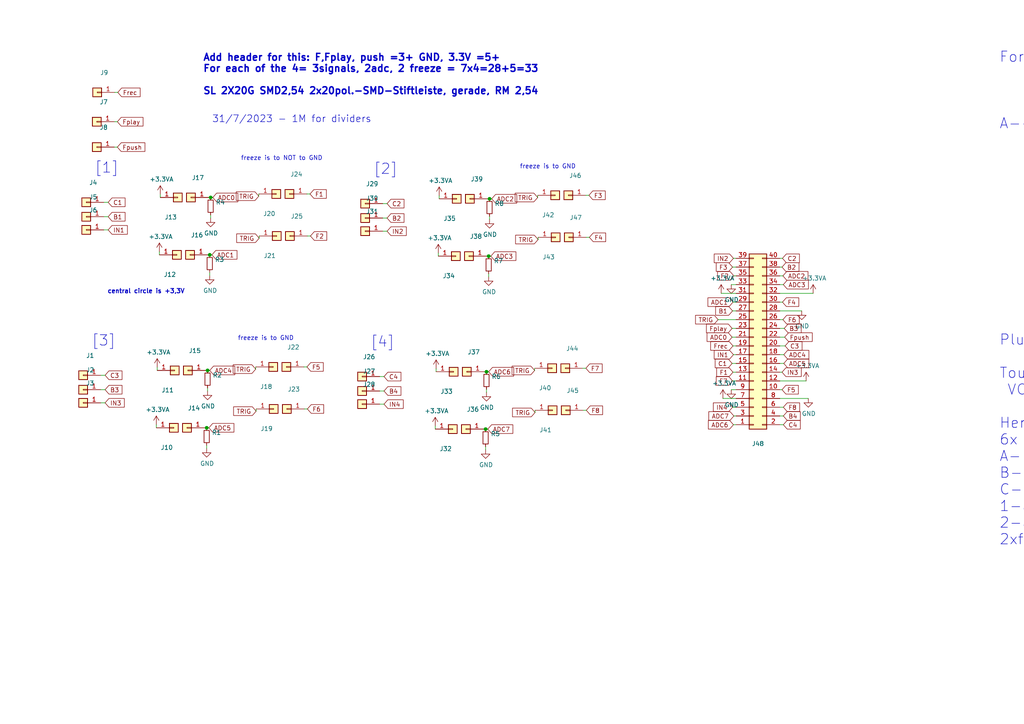
<source format=kicad_sch>
(kicad_sch (version 20211123) (generator eeschema)
  (paper "A4")
  (lib_symbols
    (symbol "Connector_Generic:Conn_01x01" (pin_names (offset 1.016) hide)
      (property "Reference" "J" (at 0 2.54 0))
      (property "Value" "Conn_01x01" (at 0 -2.54 0))
      (symbol "Conn_01x01_1_1"
        (rectangle (start -1.27 0.127) (end 0 -0.127) (stroke (width 0.1524)))
        (rectangle (start -1.27 1.27) (end 1.27 -1.27) (stroke (width 0.254)) (fill (type background)))
        (pin passive line (at -5.08 0 0) (length 3.81) (name "Pin_1") (number "1"))
      )
    )
    (symbol "Connector_Generic:Conn_02x20_Odd_Even" (pin_names (offset 1.016) hide)
      (property "Reference" "J" (at 1.27 25.4 0))
      (property "Value" "Conn_02x20_Odd_Even" (at 1.27 -27.94 0))
      (symbol "Conn_02x20_Odd_Even_1_1"
        (rectangle (start -1.27 -25.273) (end 0 -25.527) (stroke (width 0.1524)))
        (rectangle (start -1.27 -22.733) (end 0 -22.987) (stroke (width 0.1524)))
        (rectangle (start -1.27 -20.193) (end 0 -20.447) (stroke (width 0.1524)))
        (rectangle (start -1.27 -17.653) (end 0 -17.907) (stroke (width 0.1524)))
        (rectangle (start -1.27 -15.113) (end 0 -15.367) (stroke (width 0.1524)))
        (rectangle (start -1.27 -12.573) (end 0 -12.827) (stroke (width 0.1524)))
        (rectangle (start -1.27 -10.033) (end 0 -10.287) (stroke (width 0.1524)))
        (rectangle (start -1.27 -7.493) (end 0 -7.747) (stroke (width 0.1524)))
        (rectangle (start -1.27 -4.953) (end 0 -5.207) (stroke (width 0.1524)))
        (rectangle (start -1.27 -2.413) (end 0 -2.667) (stroke (width 0.1524)))
        (rectangle (start -1.27 0.127) (end 0 -0.127) (stroke (width 0.1524)))
        (rectangle (start -1.27 2.667) (end 0 2.413) (stroke (width 0.1524)))
        (rectangle (start -1.27 5.207) (end 0 4.953) (stroke (width 0.1524)))
        (rectangle (start -1.27 7.747) (end 0 7.493) (stroke (width 0.1524)))
        (rectangle (start -1.27 10.287) (end 0 10.033) (stroke (width 0.1524)))
        (rectangle (start -1.27 12.827) (end 0 12.573) (stroke (width 0.1524)))
        (rectangle (start -1.27 15.367) (end 0 15.113) (stroke (width 0.1524)))
        (rectangle (start -1.27 17.907) (end 0 17.653) (stroke (width 0.1524)))
        (rectangle (start -1.27 20.447) (end 0 20.193) (stroke (width 0.1524)))
        (rectangle (start -1.27 22.987) (end 0 22.733) (stroke (width 0.1524)))
        (rectangle (start -1.27 24.13) (end 3.81 -26.67) (stroke (width 0.254)) (fill (type background)))
        (rectangle (start 3.81 -25.273) (end 2.54 -25.527) (stroke (width 0.1524)))
        (rectangle (start 3.81 -22.733) (end 2.54 -22.987) (stroke (width 0.1524)))
        (rectangle (start 3.81 -20.193) (end 2.54 -20.447) (stroke (width 0.1524)))
        (rectangle (start 3.81 -17.653) (end 2.54 -17.907) (stroke (width 0.1524)))
        (rectangle (start 3.81 -15.113) (end 2.54 -15.367) (stroke (width 0.1524)))
        (rectangle (start 3.81 -12.573) (end 2.54 -12.827) (stroke (width 0.1524)))
        (rectangle (start 3.81 -10.033) (end 2.54 -10.287) (stroke (width 0.1524)))
        (rectangle (start 3.81 -7.493) (end 2.54 -7.747) (stroke (width 0.1524)))
        (rectangle (start 3.81 -4.953) (end 2.54 -5.207) (stroke (width 0.1524)))
        (rectangle (start 3.81 -2.413) (end 2.54 -2.667) (stroke (width 0.1524)))
        (rectangle (start 3.81 0.127) (end 2.54 -0.127) (stroke (width 0.1524)))
        (rectangle (start 3.81 2.667) (end 2.54 2.413) (stroke (width 0.1524)))
        (rectangle (start 3.81 5.207) (end 2.54 4.953) (stroke (width 0.1524)))
        (rectangle (start 3.81 7.747) (end 2.54 7.493) (stroke (width 0.1524)))
        (rectangle (start 3.81 10.287) (end 2.54 10.033) (stroke (width 0.1524)))
        (rectangle (start 3.81 12.827) (end 2.54 12.573) (stroke (width 0.1524)))
        (rectangle (start 3.81 15.367) (end 2.54 15.113) (stroke (width 0.1524)))
        (rectangle (start 3.81 17.907) (end 2.54 17.653) (stroke (width 0.1524)))
        (rectangle (start 3.81 20.447) (end 2.54 20.193) (stroke (width 0.1524)))
        (rectangle (start 3.81 22.987) (end 2.54 22.733) (stroke (width 0.1524)))
        (pin passive line (at -5.08 22.86 0) (length 3.81) (name "Pin_1") (number "1"))
        (pin passive line (at 7.62 12.7 180) (length 3.81) (name "Pin_10") (number "10"))
        (pin passive line (at -5.08 10.16 0) (length 3.81) (name "Pin_11") (number "11"))
        (pin passive line (at 7.62 10.16 180) (length 3.81) (name "Pin_12") (number "12"))
        (pin passive line (at -5.08 7.62 0) (length 3.81) (name "Pin_13") (number "13"))
        (pin passive line (at 7.62 7.62 180) (length 3.81) (name "Pin_14") (number "14"))
        (pin passive line (at -5.08 5.08 0) (length 3.81) (name "Pin_15") (number "15"))
        (pin passive line (at 7.62 5.08 180) (length 3.81) (name "Pin_16") (number "16"))
        (pin passive line (at -5.08 2.54 0) (length 3.81) (name "Pin_17") (number "17"))
        (pin passive line (at 7.62 2.54 180) (length 3.81) (name "Pin_18") (number "18"))
        (pin passive line (at -5.08 0 0) (length 3.81) (name "Pin_19") (number "19"))
        (pin passive line (at 7.62 22.86 180) (length 3.81) (name "Pin_2") (number "2"))
        (pin passive line (at 7.62 0 180) (length 3.81) (name "Pin_20") (number "20"))
        (pin passive line (at -5.08 -2.54 0) (length 3.81) (name "Pin_21") (number "21"))
        (pin passive line (at 7.62 -2.54 180) (length 3.81) (name "Pin_22") (number "22"))
        (pin passive line (at -5.08 -5.08 0) (length 3.81) (name "Pin_23") (number "23"))
        (pin passive line (at 7.62 -5.08 180) (length 3.81) (name "Pin_24") (number "24"))
        (pin passive line (at -5.08 -7.62 0) (length 3.81) (name "Pin_25") (number "25"))
        (pin passive line (at 7.62 -7.62 180) (length 3.81) (name "Pin_26") (number "26"))
        (pin passive line (at -5.08 -10.16 0) (length 3.81) (name "Pin_27") (number "27"))
        (pin passive line (at 7.62 -10.16 180) (length 3.81) (name "Pin_28") (number "28"))
        (pin passive line (at -5.08 -12.7 0) (length 3.81) (name "Pin_29") (number "29"))
        (pin passive line (at -5.08 20.32 0) (length 3.81) (name "Pin_3") (number "3"))
        (pin passive line (at 7.62 -12.7 180) (length 3.81) (name "Pin_30") (number "30"))
        (pin passive line (at -5.08 -15.24 0) (length 3.81) (name "Pin_31") (number "31"))
        (pin passive line (at 7.62 -15.24 180) (length 3.81) (name "Pin_32") (number "32"))
        (pin passive line (at -5.08 -17.78 0) (length 3.81) (name "Pin_33") (number "33"))
        (pin passive line (at 7.62 -17.78 180) (length 3.81) (name "Pin_34") (number "34"))
        (pin passive line (at -5.08 -20.32 0) (length 3.81) (name "Pin_35") (number "35"))
        (pin passive line (at 7.62 -20.32 180) (length 3.81) (name "Pin_36") (number "36"))
        (pin passive line (at -5.08 -22.86 0) (length 3.81) (name "Pin_37") (number "37"))
        (pin passive line (at 7.62 -22.86 180) (length 3.81) (name "Pin_38") (number "38"))
        (pin passive line (at -5.08 -25.4 0) (length 3.81) (name "Pin_39") (number "39"))
        (pin passive line (at 7.62 20.32 180) (length 3.81) (name "Pin_4") (number "4"))
        (pin passive line (at 7.62 -25.4 180) (length 3.81) (name "Pin_40") (number "40"))
        (pin passive line (at -5.08 17.78 0) (length 3.81) (name "Pin_5") (number "5"))
        (pin passive line (at 7.62 17.78 180) (length 3.81) (name "Pin_6") (number "6"))
        (pin passive line (at -5.08 15.24 0) (length 3.81) (name "Pin_7") (number "7"))
        (pin passive line (at 7.62 15.24 180) (length 3.81) (name "Pin_8") (number "8"))
        (pin passive line (at -5.08 12.7 0) (length 3.81) (name "Pin_9") (number "9"))
      )
    )
    (symbol "Device:R_Small" (pin_numbers hide) (pin_names (offset 0.254) hide)
      (property "Reference" "R" (at 0.762 0.508 0))
      (property "Value" "R_Small" (at 0.762 -1.016 0))
      (symbol "R_Small_0_1"
        (rectangle (start -0.762 1.778) (end 0.762 -1.778) (stroke (width 0.2032)))
      )
      (symbol "R_Small_1_1"
        (pin passive line (at 0 2.54 270) (length 0.762) (name "~") (number "1"))
        (pin passive line (at 0 -2.54 90) (length 0.762) (name "~") (number "2"))
      )
    )
    (symbol "power:+3.3VA" (power) (pin_names (offset 0))
      (property "Value" "+3.3VA" (at 0 3.556 0))
      (symbol "+3.3VA_0_1"
        (polyline (pts (xy -0.762 1.27) (xy 0 2.54)))
        (polyline (pts (xy 0 0) (xy 0 2.54)))
        (polyline (pts (xy 0 2.54) (xy 0.762 1.27)))
      )
      (symbol "+3.3VA_1_1"
        (pin power_in line (at 0 0 90) (length 0) hide (name "+3.3VA") (number "1"))
      )
    )
    (symbol "power:GND" (power) (pin_names (offset 0))
      (property "Value" "GND" (at 0 -3.81 0))
      (symbol "GND_0_1"
        (polyline (pts (xy 0 0) (xy 0 -1.27) (xy 1.27 -1.27) (xy 0 -2.54) (xy -1.27 -1.27) (xy 0 -1.27)))
      )
      (symbol "GND_1_1"
        (pin power_in line (at 0 0 270) (length 0) hide (name "GND") (number "1"))
      )
    )
  )
  (junction (at 140.843 124.46))
  (junction (at 141.986 57.658))
  (junction (at 61.087 57.277))
  (junction (at 141.732 74.295))
  (junction (at 60.833 73.914))
  (junction (at 59.944 124.079))
  (junction (at 141.097 107.823))
  (junction (at 60.198 107.442))
  (wire (pts (xy 169.164 118.999) (xy 170.053 118.999)))
  (wire (pts (xy 212.598 87.63) (xy 213.487 87.63)))
  (wire (pts (xy 88.265 118.618) (xy 89.154 118.618)))
  (wire (pts (xy 212.471 77.47) (xy 213.487 77.47)))
  (wire (pts (xy 59.944 129.159) (xy 59.944 130.048)))
  (wire (pts (xy 226.187 102.87) (xy 227.33 102.87)))
  (wire (pts (xy 212.09 82.55) (xy 213.487 82.55)))
  (wire (pts (xy 155.194 118.999) (xy 155.194 119.634)))
  (wire (pts (xy 60.833 78.994) (xy 60.833 79.883)))
  (wire (pts (xy 212.09 113.03) (xy 213.487 113.03)))
  (wire (pts (xy 226.187 80.01) (xy 227.076 80.01)))
  (wire (pts (xy 29.21 113.03) (xy 30.48 113.03)))
  (wire (pts (xy 226.187 107.95) (xy 226.822 107.95)))
  (wire (pts (xy 141.986 57.658) (xy 142.621 57.658)))
  (wire (pts (xy 155.956 56.642) (xy 155.956 57.277)))
  (wire (pts (xy 30.099 62.865) (xy 31.369 62.865)))
  (wire (pts (xy 226.187 115.57) (xy 234.442 115.57)))
  (wire (pts (xy 75.057 56.261) (xy 75.057 56.896)))
  (wire (pts (xy 212.598 107.95) (xy 213.487 107.95)))
  (wire (pts (xy 226.187 77.47) (xy 226.822 77.47)))
  (wire (pts (xy 29.21 116.84) (xy 30.48 116.84)))
  (wire (pts (xy 212.852 80.01) (xy 213.487 80.01)))
  (wire (pts (xy 140.843 124.46) (xy 141.478 124.46)))
  (wire (pts (xy 61.087 57.277) (xy 61.722 57.277)))
  (wire (pts (xy 226.187 113.03) (xy 226.822 113.03)))
  (wire (pts (xy 156.083 68.834) (xy 156.083 69.469)))
  (wire (pts (xy 46.482 56.388) (xy 46.482 57.277)))
  (wire (pts (xy 110.998 63.246) (xy 112.268 63.246)))
  (wire (pts (xy 209.677 115.57) (xy 213.487 115.57)))
  (wire (pts (xy 226.187 90.17) (xy 232.537 90.17)))
  (wire (pts (xy 126.492 106.934) (xy 126.492 107.823)))
  (wire (pts (xy 33.147 42.672) (xy 34.036 42.672)))
  (wire (pts (xy 60.452 57.277) (xy 61.087 57.277)))
  (wire (pts (xy 29.21 108.839) (xy 30.48 108.839)))
  (wire (pts (xy 226.187 118.11) (xy 227.203 118.11)))
  (wire (pts (xy 110.109 117.221) (xy 111.379 117.221)))
  (wire (pts (xy 110.109 113.411) (xy 111.379 113.411)))
  (wire (pts (xy 141.351 57.658) (xy 141.986 57.658)))
  (wire (pts (xy 226.187 85.09) (xy 235.839 85.09)))
  (wire (pts (xy 169.037 106.807) (xy 169.926 106.807)))
  (wire (pts (xy 212.725 102.87) (xy 213.487 102.87)))
  (wire (pts (xy 169.926 56.642) (xy 170.815 56.642)))
  (wire (pts (xy 226.187 110.49) (xy 233.807 110.49)))
  (wire (pts (xy 212.344 97.79) (xy 213.487 97.79)))
  (wire (pts (xy 33.274 26.797) (xy 34.163 26.797)))
  (wire (pts (xy 226.187 105.41) (xy 227.33 105.41)))
  (wire (pts (xy 212.471 110.49) (xy 213.487 110.49)))
  (wire (pts (xy 45.593 106.553) (xy 45.593 107.442)))
  (wire (pts (xy 33.147 35.306) (xy 34.036 35.306)))
  (wire (pts (xy 46.228 73.025) (xy 46.228 73.914)))
  (wire (pts (xy 226.187 74.93) (xy 226.949 74.93)))
  (wire (pts (xy 212.598 100.33) (xy 213.487 100.33)))
  (wire (pts (xy 212.852 120.65) (xy 213.487 120.65)))
  (wire (pts (xy 61.087 62.357) (xy 61.087 63.246)))
  (wire (pts (xy 226.187 100.33) (xy 227.711 100.33)))
  (wire (pts (xy 140.462 107.823) (xy 141.097 107.823)))
  (wire (pts (xy 212.471 118.11) (xy 213.487 118.11)))
  (wire (pts (xy 226.187 92.71) (xy 227.076 92.71)))
  (wire (pts (xy 88.138 106.426) (xy 89.027 106.426)))
  (wire (pts (xy 30.099 66.675) (xy 31.369 66.675)))
  (wire (pts (xy 212.725 74.93) (xy 213.487 74.93)))
  (wire (pts (xy 126.238 123.571) (xy 126.238 124.46)))
  (wire (pts (xy 212.344 105.41) (xy 213.487 105.41)))
  (wire (pts (xy 140.208 124.46) (xy 140.843 124.46)))
  (wire (pts (xy 140.843 129.54) (xy 140.843 130.429)))
  (wire (pts (xy 60.198 107.442) (xy 60.833 107.442)))
  (wire (pts (xy 155.067 106.807) (xy 155.067 107.442)))
  (wire (pts (xy 45.339 123.19) (xy 45.339 124.079)))
  (wire (pts (xy 60.198 73.914) (xy 60.833 73.914)))
  (wire (pts (xy 75.184 68.453) (xy 75.184 69.088)))
  (wire (pts (xy 74.168 106.426) (xy 74.168 107.061)))
  (wire (pts (xy 110.109 109.22) (xy 111.379 109.22)))
  (wire (pts (xy 141.097 74.295) (xy 141.732 74.295)))
  (wire (pts (xy 212.344 95.25) (xy 213.487 95.25)))
  (wire (pts (xy 127.127 73.406) (xy 127.127 74.295)))
  (wire (pts (xy 226.187 123.19) (xy 227.203 123.19)))
  (wire (pts (xy 226.187 95.25) (xy 227.457 95.25)))
  (wire (pts (xy 226.187 82.55) (xy 227.203 82.55)))
  (wire (pts (xy 59.563 107.442) (xy 60.198 107.442)))
  (wire (pts (xy 60.833 73.914) (xy 61.468 73.914)))
  (wire (pts (xy 141.986 62.738) (xy 141.986 63.627)))
  (wire (pts (xy 74.295 118.618) (xy 74.295 119.253)))
  (wire (pts (xy 89.027 56.261) (xy 89.916 56.261)))
  (wire (pts (xy 226.187 120.65) (xy 227.203 120.65)))
  (wire (pts (xy 141.732 74.295) (xy 142.367 74.295)))
  (wire (pts (xy 30.099 58.674) (xy 31.369 58.674)))
  (wire (pts (xy 59.309 124.079) (xy 59.944 124.079)))
  (wire (pts (xy 89.154 68.453) (xy 90.043 68.453)))
  (wire (pts (xy 59.944 124.079) (xy 60.579 124.079)))
  (wire (pts (xy 127.381 56.769) (xy 127.381 57.658)))
  (wire (pts (xy 170.053 68.834) (xy 170.942 68.834)))
  (wire (pts (xy 110.998 67.056) (xy 112.268 67.056)))
  (wire (pts (xy 212.471 90.17) (xy 213.487 90.17)))
  (wire (pts (xy 141.732 79.375) (xy 141.732 80.264)))
  (wire (pts (xy 60.198 112.522) (xy 60.198 113.411)))
  (wire (pts (xy 226.187 87.63) (xy 226.949 87.63)))
  (wire (pts (xy 212.725 123.19) (xy 213.487 123.19)))
  (wire (pts (xy 209.169 85.09) (xy 213.487 85.09)))
  (wire (pts (xy 226.187 97.79) (xy 227.584 97.79)))
  (wire (pts (xy 141.097 112.903) (xy 141.097 113.792)))
  (wire (pts (xy 208.28 92.71) (xy 213.487 92.71)))
  (wire (pts (xy 141.097 107.823) (xy 141.732 107.823)))
  (wire (pts (xy 110.998 59.055) (xy 112.268 59.055)))
  (text "\n" (at 20.447 114.427 0) (effects (font (size 2.0066 2.0066)) (justify left bottom)))
  (text "central circle is +3,3V" (at 31.115 85.344 0) (effects (font (size 1.27 1.27) (thickness 0.254) bold) (justify left bottom)))
  (text "\n" (at 79.502 123.19 0) (effects (font (size 2.0066 2.0066)) (justify left bottom)))
  (text "\n" (at 101.346 112.522 0) (effects (font (size 2.0066 2.0066)) (justify left bottom)))
  (text "[3]" (at 26.543 100.711 0) (effects (font (size 2.9972 2.9972)) (justify left bottom)))
  (text "\n" (at 50.546 128.651 0) (effects (font (size 2.0066 2.0066)) (justify left bottom)))
  (text "\n" (at 50.8 112.014 0) (effects (font (size 2.0066 2.0066)) (justify left bottom)))
  (text "\n" (at 101.346 114.808 0) (effects (font (size 2.0066 2.0066)) (justify left bottom)))
  (text "\n" (at 20.447 121.412 0) (effects (font (size 2.0066 2.0066)) (justify left bottom)))
  (text "\n" (at 20.447 55.372 0) (effects (font (size 2.0066 2.0066)) (justify left bottom)))
  (text "\n" (at 20.447 112.141 0) (effects (font (size 2.0066 2.0066)) (justify left bottom)))
  (text "\n" (at 24.511 31.369 0) (effects (font (size 2.0066 2.0066)) (justify left bottom)))
  (text "\n" (at 50.8 117.475 0) (effects (font (size 2.0066 2.0066)) (justify left bottom)))
  (text "\n" (at 51.689 61.849 0) (effects (font (size 2.0066 2.0066)) (justify left bottom)))
  (text "\n" (at 132.334 78.867 0) (effects (font (size 2.0066 2.0066)) (justify left bottom)))
  (text "\n" (at 51.435 83.947 0) (effects (font (size 2.0066 2.0066)) (justify left bottom)))
  (text "\n" (at 132.588 67.691 0) (effects (font (size 2.0066 2.0066)) (justify left bottom)))
  (text "\n" (at 50.546 134.112 0) (effects (font (size 2.0066 2.0066)) (justify left bottom)))
  (text "\n" (at 160.274 111.379 0) (effects (font (size 2.0066 2.0066)) (justify left bottom)))
  (text "\n" (at 24.384 39.878 0) (effects (font (size 2.0066 2.0066)) (justify left bottom)))
  (text "\n" (at 131.699 117.856 0) (effects (font (size 2.0066 2.0066)) (justify left bottom)))
  (text "\n" (at 101.346 121.793 0) (effects (font (size 2.0066 2.0066)) (justify left bottom)))
  (text "\n" (at 102.235 64.643 0) (effects (font (size 2.0066 2.0066)) (justify left bottom)))
  (text "\n" (at 79.375 110.998 0) (effects (font (size 2.0066 2.0066)) (justify left bottom)))
  (text "\n" (at 131.699 112.395 0) (effects (font (size 2.0066 2.0066)) (justify left bottom)))
  (text "\n" (at 160.401 123.571 0) (effects (font (size 2.0066 2.0066)) (justify left bottom)))
  (text "freeze is to GND\n" (at 68.961 98.933 0) (effects (font (size 1.27 1.27)) (justify left bottom)))
  (text "\n" (at 20.447 64.643 0) (effects (font (size 2.0066 2.0066)) (justify left bottom)))
  (text "\n" (at 102.235 62.357 0) (effects (font (size 2.0066 2.0066)) (justify left bottom)))
  (text "\n" (at 161.29 73.406 0) (effects (font (size 2.0066 2.0066)) (justify left bottom)))
  (text "\n" (at 131.445 134.493 0) (effects (font (size 2.0066 2.0066)) (justify left bottom)))
  (text "\n" (at 20.447 57.658 0) (effects (font (size 2.0066 2.0066)) (justify left bottom)))
  (text "\n" (at 24.384 47.244 0) (effects (font (size 2.0066 2.0066)) (justify left bottom)))
  (text "[4]" (at 107.442 101.092 0) (effects (font (size 2.9972 2.9972)) (justify left bottom)))
  (text "For panel we have 4 sets of:\n\n       C- feedback out from jack\n       |\nA---VCA---B [B is also mix from B pad]\n       |\n       0-adc voltage for A->B VCA\n       |\n       o-freeze\n       |\n       O-adc voltage for insert\n       |\n       o-freeze\n\n\n\n\nPlus rec,play, push/pop!\n\nTouch pads are A, B, C(out) 2x voltage sun/mooncrescent for\n VCA and for voltage insert, and two freezes.\n\nHere all is plain pads. \n6x\nA- out from A\nB- in to Bmix\nC- out from jack\n1-adcX/divider\n2-adcX/for voltage/divider\n2xfreeze - plain pad/crescent+V" (at 289.814 158.369 0) (effects (font (size 2.9972 2.9972)) (justify left bottom)))
  (text "[1]" (at 27.432 50.546 0) (effects (font (size 2.9972 2.9972)) (justify left bottom)))
  (text "[2]" (at 108.331 50.927 0) (effects (font (size 2.9972 2.9972)) (justify left bottom)))
  (text "freeze is to NOT to GND\n\n" (at 69.85 48.768 0) (effects (font (size 1.27 1.27)) (justify left bottom)))
  (text "\n" (at 102.235 71.628 0) (effects (font (size 2.0066 2.0066)) (justify left bottom)))
  (text "\n" (at 51.689 67.31 0) (effects (font (size 2.0066 2.0066)) (justify left bottom)))
  (text "\n" (at 161.163 61.214 0) (effects (font (size 2.0066 2.0066)) (justify left bottom)))
  (text "\n" (at 132.334 84.328 0) (effects (font (size 2.0066 2.0066)) (justify left bottom)))
  (text "freeze is to GND\n" (at 150.749 49.149 0) (effects (font (size 1.27 1.27)) (justify left bottom)))
  (text "\n" (at 131.445 129.032 0) (effects (font (size 2.0066 2.0066)) (justify left bottom)))
  (text "\n" (at 132.588 62.23 0) (effects (font (size 2.0066 2.0066)) (justify left bottom)))
  (text "\n" (at 80.391 73.025 0) (effects (font (size 2.0066 2.0066)) (justify left bottom)))
  (text "Add header for this: F,Fplay, push =3+ GND, 3.3V =5+\nFor each of the 4= 3signals, 2adc, 2 freeze = 7x4=28+5=33\n\nSL 2X20G SMD2,54 2x20pol.-SMD-Stiftleiste, gerade, RM 2,54" (at 58.801 27.686 0) (effects (font (size 2.0066 2.0066) (thickness 0.4013) bold) (justify left bottom)))
  (text "\n" (at 51.435 78.486 0) (effects (font (size 2.0066 2.0066)) (justify left bottom)))
  (text "31/7/2023 - 1M for dividers" (at 61.468 35.814 0) (effects (font (size 2 2)) (justify left bottom)))
  (text "\n" (at 80.264 60.833 0) (effects (font (size 2.0066 2.0066)) (justify left bottom)))
  (global_label "ADC7" (shape input) (at 141.478 124.46 0) (property "Intersheet References" "${INTERSHEET_REFS}" (effects hide)))
  (global_label "ADC6" (shape input) (at 141.732 107.823 0) (property "Intersheet References" "${INTERSHEET_REFS}" (effects hide)))
  (global_label "B3" (shape input) (at 227.457 95.25 0) (property "Intersheet References" "${INTERSHEET_REFS}" (effects hide)))
  (global_label "ADC1" (shape input) (at 61.468 73.914 0) (property "Intersheet References" "${INTERSHEET_REFS}" (effects hide)))
  (global_label "Fplay" (shape input) (at 34.036 35.306 0) (property "Intersheet References" "${INTERSHEET_REFS}" (effects hide)))
  (global_label "ADC7" (shape input) (at 212.852 120.65 180) (property "Intersheet References" "${INTERSHEET_REFS}" (effects hide)))
  (global_label "Fpush" (shape input) (at 227.584 97.79 0) (property "Intersheet References" "${INTERSHEET_REFS}" (effects hide)))
  (global_label "ADC4" (shape input) (at 60.833 107.442 0) (property "Intersheet References" "${INTERSHEET_REFS}" (effects hide)))
  (global_label "C1" (shape input) (at 31.369 58.674 0) (property "Intersheet References" "${INTERSHEET_REFS}" (effects hide)))
  (global_label "TRIG" (shape input) (at 155.194 119.634 180) (property "Intersheet References" "${INTERSHEET_REFS}" (effects hide)))
  (global_label "ADC6" (shape input) (at 212.725 123.19 180) (property "Intersheet References" "${INTERSHEET_REFS}" (effects hide)))
  (global_label "B2" (shape input) (at 226.822 77.47 0) (property "Intersheet References" "${INTERSHEET_REFS}" (effects hide)))
  (global_label "C2" (shape input) (at 226.949 74.93 0) (property "Intersheet References" "${INTERSHEET_REFS}" (effects hide)))
  (global_label "IN4" (shape input) (at 212.471 118.11 180) (property "Intersheet References" "${INTERSHEET_REFS}" (effects hide)))
  (global_label "C3" (shape input) (at 30.48 108.839 0) (property "Intersheet References" "${INTERSHEET_REFS}" (effects hide)))
  (global_label "C3" (shape input) (at 227.711 100.33 0) (property "Intersheet References" "${INTERSHEET_REFS}" (effects hide)))
  (global_label "C4" (shape input) (at 227.203 123.19 0) (property "Intersheet References" "${INTERSHEET_REFS}" (effects hide)))
  (global_label "ADC0" (shape input) (at 61.722 57.277 0) (property "Intersheet References" "${INTERSHEET_REFS}" (effects hide)))
  (global_label "Fpush" (shape input) (at 34.036 42.672 0) (property "Intersheet References" "${INTERSHEET_REFS}" (effects hide)))
  (global_label "Fplay" (shape input) (at 212.344 95.25 180) (property "Intersheet References" "${INTERSHEET_REFS}" (effects hide)))
  (global_label "C4" (shape input) (at 111.379 109.22 0) (property "Intersheet References" "${INTERSHEET_REFS}" (effects hide)))
  (global_label "IN2" (shape input) (at 112.268 67.056 0) (property "Intersheet References" "${INTERSHEET_REFS}" (effects hide)))
  (global_label "Frec" (shape input) (at 212.598 100.33 180) (property "Intersheet References" "${INTERSHEET_REFS}" (effects hide)))
  (global_label "C2" (shape input) (at 112.268 59.055 0) (property "Intersheet References" "${INTERSHEET_REFS}" (effects hide)))
  (global_label "B2" (shape input) (at 112.268 63.246 0) (property "Intersheet References" "${INTERSHEET_REFS}" (effects hide)))
  (global_label "ADC2" (shape input) (at 227.076 80.01 0) (property "Intersheet References" "${INTERSHEET_REFS}" (effects hide)))
  (global_label "TRIG" (shape input) (at 75.184 69.088 180) (property "Intersheet References" "${INTERSHEET_REFS}" (effects hide)))
  (global_label "ADC0" (shape input) (at 212.344 97.79 180) (property "Intersheet References" "${INTERSHEET_REFS}" (effects hide)))
  (global_label "TRIG" (shape input) (at 155.956 57.277 180) (property "Intersheet References" "${INTERSHEET_REFS}" (effects hide)))
  (global_label "TRIG" (shape input) (at 156.083 69.469 180) (property "Intersheet References" "${INTERSHEET_REFS}" (effects hide)))
  (global_label "TRIG" (shape input) (at 208.28 92.71 180) (property "Intersheet References" "${INTERSHEET_REFS}" (effects hide)))
  (global_label "F8" (shape input) (at 227.203 118.11 0) (property "Intersheet References" "${INTERSHEET_REFS}" (effects hide)))
  (global_label "F1" (shape input) (at 212.598 107.95 180) (property "Intersheet References" "${INTERSHEET_REFS}" (effects hide)))
  (global_label "B4" (shape input) (at 227.203 120.65 0) (property "Intersheet References" "${INTERSHEET_REFS}" (effects hide)))
  (global_label "B4" (shape input) (at 111.379 113.411 0) (property "Intersheet References" "${INTERSHEET_REFS}" (effects hide)))
  (global_label "F3" (shape input) (at 212.471 77.47 180) (property "Intersheet References" "${INTERSHEET_REFS}" (effects hide)))
  (global_label "ADC3" (shape input) (at 142.367 74.295 0) (property "Intersheet References" "${INTERSHEET_REFS}" (effects hide)))
  (global_label "F6" (shape input) (at 89.154 118.618 0) (property "Intersheet References" "${INTERSHEET_REFS}" (effects hide)))
  (global_label "ADC1" (shape input) (at 212.598 87.63 180) (property "Intersheet References" "${INTERSHEET_REFS}" (effects hide)))
  (global_label "ADC4" (shape input) (at 227.33 102.87 0) (property "Intersheet References" "${INTERSHEET_REFS}" (effects hide)))
  (global_label "F4" (shape input) (at 170.942 68.834 0) (property "Intersheet References" "${INTERSHEET_REFS}" (effects hide)))
  (global_label "F6" (shape input) (at 227.076 92.71 0) (property "Intersheet References" "${INTERSHEET_REFS}" (effects hide)))
  (global_label "TRIG" (shape input) (at 74.295 119.253 180) (property "Intersheet References" "${INTERSHEET_REFS}" (effects hide)))
  (global_label "F7" (shape input) (at 212.471 110.49 180) (property "Intersheet References" "${INTERSHEET_REFS}" (effects hide)))
  (global_label "IN1" (shape input) (at 212.725 102.87 180) (property "Intersheet References" "${INTERSHEET_REFS}" (effects hide)))
  (global_label "F5" (shape input) (at 226.822 113.03 0) (property "Intersheet References" "${INTERSHEET_REFS}" (effects hide)))
  (global_label "B1" (shape input) (at 212.471 90.17 180) (property "Intersheet References" "${INTERSHEET_REFS}" (effects hide)))
  (global_label "IN4" (shape input) (at 111.379 117.221 0) (property "Intersheet References" "${INTERSHEET_REFS}" (effects hide)))
  (global_label "F2" (shape input) (at 90.043 68.453 0) (property "Intersheet References" "${INTERSHEET_REFS}" (effects hide)))
  (global_label "F5" (shape input) (at 89.027 106.426 0) (property "Intersheet References" "${INTERSHEET_REFS}" (effects hide)))
  (global_label "IN3" (shape input) (at 226.822 107.95 0) (property "Intersheet References" "${INTERSHEET_REFS}" (effects hide)))
  (global_label "F1" (shape input) (at 89.916 56.261 0) (property "Intersheet References" "${INTERSHEET_REFS}" (effects hide)))
  (global_label "F3" (shape input) (at 170.815 56.642 0) (property "Intersheet References" "${INTERSHEET_REFS}" (effects hide)))
  (global_label "F8" (shape input) (at 170.053 118.999 0) (property "Intersheet References" "${INTERSHEET_REFS}" (effects hide)))
  (global_label "F7" (shape input) (at 169.926 106.807 0) (property "Intersheet References" "${INTERSHEET_REFS}" (effects hide)))
  (global_label "ADC5" (shape input) (at 60.579 124.079 0) (property "Intersheet References" "${INTERSHEET_REFS}" (effects hide)))
  (global_label "F2" (shape input) (at 212.852 80.01 180) (property "Intersheet References" "${INTERSHEET_REFS}" (effects hide)))
  (global_label "ADC2" (shape input) (at 142.621 57.658 0) (property "Intersheet References" "${INTERSHEET_REFS}" (effects hide)))
  (global_label "ADC3" (shape input) (at 227.203 82.55 0) (property "Intersheet References" "${INTERSHEET_REFS}" (effects hide)))
  (global_label "TRIG" (shape input) (at 155.067 107.442 180) (property "Intersheet References" "${INTERSHEET_REFS}" (effects hide)))
  (global_label "Frec" (shape input) (at 34.163 26.797 0) (property "Intersheet References" "${INTERSHEET_REFS}" (effects hide)))
  (global_label "B1" (shape input) (at 31.369 62.865 0) (property "Intersheet References" "${INTERSHEET_REFS}" (effects hide)))
  (global_label "TRIG" (shape input) (at 75.057 56.896 180) (property "Intersheet References" "${INTERSHEET_REFS}" (effects hide)))
  (global_label "IN2" (shape input) (at 212.725 74.93 180) (property "Intersheet References" "${INTERSHEET_REFS}" (effects hide)))
  (global_label "IN3" (shape input) (at 30.48 116.84 0) (property "Intersheet References" "${INTERSHEET_REFS}" (effects hide)))
  (global_label "C1" (shape input) (at 212.344 105.41 180) (property "Intersheet References" "${INTERSHEET_REFS}" (effects hide)))
  (global_label "F4" (shape input) (at 226.949 87.63 0) (property "Intersheet References" "${INTERSHEET_REFS}" (effects hide)))
  (global_label "IN1" (shape input) (at 31.369 66.675 0) (property "Intersheet References" "${INTERSHEET_REFS}" (effects hide)))
  (global_label "TRIG" (shape input) (at 74.168 107.061 180) (property "Intersheet References" "${INTERSHEET_REFS}" (effects hide)))
  (global_label "B3" (shape input) (at 30.48 113.03 0) (property "Intersheet References" "${INTERSHEET_REFS}" (effects hide)))
  (global_label "ADC5" (shape input) (at 227.33 105.41 0) (property "Intersheet References" "${INTERSHEET_REFS}" (effects hide)))
  (symbol (lib_id "Connector_Generic:Conn_01x01") (at 25.019 58.674 180) (unit 1)
    (property "Reference" "J4" (at 27.051 52.959 0))
  )
  (symbol (lib_id "Connector_Generic:Conn_01x01") (at 25.019 62.865 180) (unit 1)
    (property "Reference" "J5" (at 27.051 57.15 0))
  )
  (symbol (lib_id "Connector_Generic:Conn_01x01") (at 25.019 66.675 180) (unit 1)
    (property "Reference" "J6" (at 27.051 60.96 0))
  )
  (symbol (lib_id "Connector_Generic:Conn_01x01") (at 55.372 57.277 180) (unit 1)
    (property "Reference" "J17" (at 57.404 51.562 0))
  )
  (symbol (lib_id "Device:R_Small") (at 61.087 59.817 0) (unit 1)
    (property "Reference" "R4" (at 62.5856 58.6486 0) (effects (justify left)))
  )
  (symbol (lib_id "power:GND") (at 61.087 63.246 0) (unit 1)
    (property "Reference" "#PWR08" (effects hide))
  )
  (symbol (lib_id "Connector_Generic:Conn_01x01") (at 51.562 57.277 0) (unit 1)
    (property "Reference" "J13" (at 49.53 62.992 0))
  )
  (symbol (lib_id "power:+3.3VA") (at 46.482 56.388 0) (unit 1)
    (property "Reference" "#PWR04" (effects hide))
  )
  (symbol (lib_id "Connector_Generic:Conn_01x01") (at 55.118 73.914 180) (unit 1)
    (property "Reference" "J16" (at 57.15 68.199 0))
  )
  (symbol (lib_id "Device:R_Small") (at 60.833 76.454 0) (unit 1)
    (property "Reference" "R3" (at 62.3316 75.2856 0) (effects (justify left)))
  )
  (symbol (lib_id "power:GND") (at 60.833 79.883 0) (unit 1)
    (property "Reference" "#PWR07" (effects hide))
  )
  (symbol (lib_id "Connector_Generic:Conn_01x01") (at 51.308 73.914 0) (unit 1)
    (property "Reference" "J12" (at 49.276 79.629 0))
  )
  (symbol (lib_id "power:+3.3VA") (at 46.228 73.025 0) (unit 1)
    (property "Reference" "#PWR03" (effects hide))
  )
  (symbol (lib_id "Connector_Generic:Conn_01x01") (at 83.947 56.261 180) (unit 1)
    (property "Reference" "J24" (at 85.979 50.546 0))
  )
  (symbol (lib_id "Connector_Generic:Conn_01x01") (at 80.137 56.261 0) (unit 1)
    (property "Reference" "J20" (at 78.105 61.976 0))
  )
  (symbol (lib_id "Connector_Generic:Conn_01x01") (at 84.074 68.453 180) (unit 1)
    (property "Reference" "J25" (at 86.106 62.738 0))
  )
  (symbol (lib_id "Connector_Generic:Conn_01x01") (at 80.264 68.453 0) (unit 1)
    (property "Reference" "J21" (at 78.232 74.168 0))
  )
  (symbol (lib_id "Connector_Generic:Conn_01x01") (at 28.194 26.797 180) (unit 1)
    (property "Reference" "J9" (at 30.226 21.082 0))
  )
  (symbol (lib_id "Connector_Generic:Conn_01x01") (at 28.067 35.306 180) (unit 1)
    (property "Reference" "J7" (at 30.099 29.591 0))
  )
  (symbol (lib_id "Connector_Generic:Conn_01x01") (at 28.067 42.672 180) (unit 1)
    (property "Reference" "J8" (at 30.099 36.957 0))
  )
  (symbol (lib_id "Connector_Generic:Conn_01x01") (at 105.918 59.055 180) (unit 1)
    (property "Reference" "J29" (at 107.95 53.34 0))
  )
  (symbol (lib_id "Connector_Generic:Conn_01x01") (at 105.918 63.246 180) (unit 1)
    (property "Reference" "J30" (at 107.95 57.531 0))
  )
  (symbol (lib_id "Connector_Generic:Conn_01x01") (at 105.918 67.056 180) (unit 1)
    (property "Reference" "J31" (at 107.95 61.341 0))
  )
  (symbol (lib_id "Connector_Generic:Conn_01x01") (at 136.271 57.658 180) (unit 1)
    (property "Reference" "J39" (at 138.303 51.943 0))
  )
  (symbol (lib_id "Device:R_Small") (at 141.986 60.198 0) (unit 1)
    (property "Reference" "R8" (at 143.4846 59.0296 0) (effects (justify left)))
  )
  (symbol (lib_id "power:GND") (at 141.986 63.627 0) (unit 1)
    (property "Reference" "#PWR020" (effects hide))
  )
  (symbol (lib_id "Connector_Generic:Conn_01x01") (at 132.461 57.658 0) (unit 1)
    (property "Reference" "J35" (at 130.429 63.373 0))
  )
  (symbol (lib_id "power:+3.3VA") (at 127.381 56.769 0) (unit 1)
    (property "Reference" "#PWR016" (effects hide))
  )
  (symbol (lib_id "Connector_Generic:Conn_01x01") (at 136.017 74.295 180) (unit 1)
    (property "Reference" "J38" (at 138.049 68.58 0))
  )
  (symbol (lib_id "Device:R_Small") (at 141.732 76.835 0) (unit 1)
    (property "Reference" "R7" (at 143.2306 75.6666 0) (effects (justify left)))
  )
  (symbol (lib_id "power:GND") (at 141.732 80.264 0) (unit 1)
    (property "Reference" "#PWR019" (effects hide))
  )
  (symbol (lib_id "Connector_Generic:Conn_01x01") (at 132.207 74.295 0) (unit 1)
    (property "Reference" "J34" (at 130.175 80.01 0))
  )
  (symbol (lib_id "power:+3.3VA") (at 127.127 73.406 0) (unit 1)
    (property "Reference" "#PWR015" (effects hide))
  )
  (symbol (lib_id "Connector_Generic:Conn_01x01") (at 164.846 56.642 180) (unit 1)
    (property "Reference" "J46" (at 166.878 50.927 0))
  )
  (symbol (lib_id "Connector_Generic:Conn_01x01") (at 161.036 56.642 0) (unit 1)
    (property "Reference" "J42" (at 159.004 62.357 0))
  )
  (symbol (lib_id "Connector_Generic:Conn_01x01") (at 164.973 68.834 180) (unit 1)
    (property "Reference" "J47" (at 167.005 63.119 0))
  )
  (symbol (lib_id "Connector_Generic:Conn_01x01") (at 161.163 68.834 0) (unit 1)
    (property "Reference" "J43" (at 159.131 74.549 0))
  )
  (symbol (lib_id "Connector_Generic:Conn_01x01") (at 24.13 108.839 180) (unit 1)
    (property "Reference" "J1" (at 26.162 103.124 0))
  )
  (symbol (lib_id "Connector_Generic:Conn_01x01") (at 24.13 113.03 180) (unit 1)
    (property "Reference" "J2" (at 26.162 107.315 0))
  )
  (symbol (lib_id "Connector_Generic:Conn_01x01") (at 24.13 116.84 180) (unit 1)
    (property "Reference" "J3" (at 26.162 111.125 0))
  )
  (symbol (lib_id "Connector_Generic:Conn_01x01") (at 54.483 107.442 180) (unit 1)
    (property "Reference" "J15" (at 56.515 101.727 0))
  )
  (symbol (lib_id "Device:R_Small") (at 60.198 109.982 0) (unit 1)
    (property "Reference" "R2" (at 61.6966 108.8136 0) (effects (justify left)))
  )
  (symbol (lib_id "power:GND") (at 60.198 113.411 0) (unit 1)
    (property "Reference" "#PWR06" (effects hide))
  )
  (symbol (lib_id "Connector_Generic:Conn_01x01") (at 50.673 107.442 0) (unit 1)
    (property "Reference" "J11" (at 48.641 113.157 0))
  )
  (symbol (lib_id "power:+3.3VA") (at 45.593 106.553 0) (unit 1)
    (property "Reference" "#PWR02" (effects hide))
  )
  (symbol (lib_id "Connector_Generic:Conn_01x01") (at 54.229 124.079 180) (unit 1)
    (property "Reference" "J14" (at 56.261 118.364 0))
  )
  (symbol (lib_id "Device:R_Small") (at 59.944 126.619 0) (unit 1)
    (property "Reference" "R1" (at 61.4426 125.4506 0) (effects (justify left)))
  )
  (symbol (lib_id "power:GND") (at 59.944 130.048 0) (unit 1)
    (property "Reference" "#PWR05" (effects hide))
  )
  (symbol (lib_id "Connector_Generic:Conn_01x01") (at 50.419 124.079 0) (unit 1)
    (property "Reference" "J10" (at 48.387 129.794 0))
  )
  (symbol (lib_id "power:+3.3VA") (at 45.339 123.19 0) (unit 1)
    (property "Reference" "#PWR01" (effects hide))
  )
  (symbol (lib_id "Connector_Generic:Conn_01x01") (at 83.058 106.426 180) (unit 1)
    (property "Reference" "J22" (at 85.09 100.711 0))
  )
  (symbol (lib_id "Connector_Generic:Conn_01x01") (at 79.248 106.426 0) (unit 1)
    (property "Reference" "J18" (at 77.216 112.141 0))
  )
  (symbol (lib_id "Connector_Generic:Conn_01x01") (at 83.185 118.618 180) (unit 1)
    (property "Reference" "J23" (at 85.217 112.903 0))
  )
  (symbol (lib_id "Connector_Generic:Conn_01x01") (at 79.375 118.618 0) (unit 1)
    (property "Reference" "J19" (at 77.343 124.333 0))
  )
  (symbol (lib_id "Connector_Generic:Conn_01x01") (at 105.029 109.22 180) (unit 1)
    (property "Reference" "J26" (at 107.061 103.505 0))
  )
  (symbol (lib_id "Connector_Generic:Conn_01x01") (at 105.029 113.411 180) (unit 1)
    (property "Reference" "J27" (at 107.061 107.696 0))
  )
  (symbol (lib_id "Connector_Generic:Conn_01x01") (at 105.029 117.221 180) (unit 1)
    (property "Reference" "J28" (at 107.061 111.506 0))
  )
  (symbol (lib_id "Connector_Generic:Conn_01x01") (at 135.382 107.823 180) (unit 1)
    (property "Reference" "J37" (at 137.414 102.108 0))
  )
  (symbol (lib_id "Device:R_Small") (at 141.097 110.363 0) (unit 1)
    (property "Reference" "R6" (at 142.5956 109.1946 0) (effects (justify left)))
  )
  (symbol (lib_id "power:GND") (at 141.097 113.792 0) (unit 1)
    (property "Reference" "#PWR018" (effects hide))
  )
  (symbol (lib_id "Connector_Generic:Conn_01x01") (at 131.572 107.823 0) (unit 1)
    (property "Reference" "J33" (at 129.54 113.538 0))
  )
  (symbol (lib_id "power:+3.3VA") (at 126.492 106.934 0) (unit 1)
    (property "Reference" "#PWR014" (effects hide))
  )
  (symbol (lib_id "Connector_Generic:Conn_01x01") (at 135.128 124.46 180) (unit 1)
    (property "Reference" "J36" (at 137.16 118.745 0))
  )
  (symbol (lib_id "Device:R_Small") (at 140.843 127 0) (unit 1)
    (property "Reference" "R5" (at 142.3416 125.8316 0) (effects (justify left)))
  )
  (symbol (lib_id "power:GND") (at 140.843 130.429 0) (unit 1)
    (property "Reference" "#PWR017" (effects hide))
  )
  (symbol (lib_id "Connector_Generic:Conn_01x01") (at 131.318 124.46 0) (unit 1)
    (property "Reference" "J32" (at 129.286 130.175 0))
  )
  (symbol (lib_id "power:+3.3VA") (at 126.238 123.571 0) (unit 1)
    (property "Reference" "#PWR013" (effects hide))
  )
  (symbol (lib_id "Connector_Generic:Conn_01x01") (at 163.957 106.807 180) (unit 1)
    (property "Reference" "J44" (at 165.989 101.092 0))
  )
  (symbol (lib_id "Connector_Generic:Conn_01x01") (at 160.147 106.807 0) (unit 1)
    (property "Reference" "J40" (at 158.115 112.522 0))
  )
  (symbol (lib_id "Connector_Generic:Conn_01x01") (at 164.084 118.999 180) (unit 1)
    (property "Reference" "J45" (at 166.116 113.284 0))
  )
  (symbol (lib_id "Connector_Generic:Conn_01x01") (at 160.274 118.999 0) (unit 1)
    (property "Reference" "J41" (at 158.242 124.714 0))
  )
  (symbol (lib_id "power:+3.3VA") (at 209.169 85.09 0) (unit 1)
    (property "Reference" "#PWR027" (effects hide))
  )
  (symbol (lib_id "power:GND") (at 212.09 82.55 0) (unit 1)
    (property "Reference" "#PWR030" (effects hide))
  )
  (symbol (lib_id "power:GND") (at 212.09 113.03 0) (unit 1)
    (property "Reference" "#PWR031" (effects hide))
  )
  (symbol (lib_id "power:+3.3VA") (at 209.677 115.57 0) (unit 1)
    (property "Reference" "#PWR029" (effects hide))
  )
  (symbol (lib_id "power:GND") (at 234.442 115.57 0) (unit 1)
    (property "Reference" "#PWR034" (effects hide))
  )
  (symbol (lib_id "power:+3.3VA") (at 233.807 110.49 0) (unit 1)
    (property "Reference" "#PWR033" (effects hide))
  )
  (symbol (lib_id "Connector_Generic:Conn_02x20_Odd_Even") (at 218.567 100.33 0) (mirror x) (unit 1)
    (property "Reference" "J48" (at 219.837 128.7018 0))
  )
  (symbol (lib_id "power:GND") (at 232.537 90.17 0) (unit 1)
    (property "Reference" "#PWR032" (effects hide))
  )
  (symbol (lib_id "power:+3.3VA") (at 235.839 85.09 0) (unit 1)
    (property "Reference" "#PWR028" (effects hide))
  )
)
</source>
